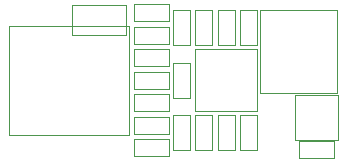
<source format=gbr>
G04 #@! TF.GenerationSoftware,KiCad,Pcbnew,5.1.5+dfsg1-2build2*
G04 #@! TF.CreationDate,2021-03-15T22:58:29+01:00*
G04 #@! TF.ProjectId,ProMicro_BOOST,50726f4d-6963-4726-9f5f-424f4f53542e,v1.8*
G04 #@! TF.SameCoordinates,Original*
G04 #@! TF.FileFunction,Other,User*
%FSLAX46Y46*%
G04 Gerber Fmt 4.6, Leading zero omitted, Abs format (unit mm)*
G04 Created by KiCad*
%MOMM*%
%LPD*%
G04 APERTURE LIST*
%ADD10C,0.050000*%
G04 APERTURE END LIST*
D10*
X89864000Y-123642000D02*
X89864000Y-116642000D01*
X83364000Y-116642000D02*
X83364000Y-123642000D01*
X89864000Y-116642000D02*
X83364000Y-116642000D01*
X83364000Y-123642000D02*
X89864000Y-123642000D01*
X83153000Y-116630000D02*
X83153000Y-119590000D01*
X81693000Y-116630000D02*
X83153000Y-116630000D01*
X81693000Y-119590000D02*
X81693000Y-116630000D01*
X83153000Y-119590000D02*
X81693000Y-119590000D01*
X81693000Y-128480000D02*
X81693000Y-125520000D01*
X83153000Y-128480000D02*
X81693000Y-128480000D01*
X83153000Y-125520000D02*
X83153000Y-128480000D01*
X81693000Y-125520000D02*
X83153000Y-125520000D01*
X79788000Y-128480000D02*
X79788000Y-125520000D01*
X81248000Y-128480000D02*
X79788000Y-128480000D01*
X81248000Y-125520000D02*
X81248000Y-128480000D01*
X79788000Y-125520000D02*
X81248000Y-125520000D01*
X72688000Y-119920000D02*
X75648000Y-119920000D01*
X72688000Y-121380000D02*
X72688000Y-119920000D01*
X75648000Y-121380000D02*
X72688000Y-121380000D01*
X75648000Y-119920000D02*
X75648000Y-121380000D01*
X81248000Y-116630000D02*
X81248000Y-119590000D01*
X79788000Y-116630000D02*
X81248000Y-116630000D01*
X79788000Y-119590000D02*
X79788000Y-116630000D01*
X81248000Y-119590000D02*
X79788000Y-119590000D01*
X75978000Y-128480000D02*
X75978000Y-125520000D01*
X77438000Y-128480000D02*
X75978000Y-128480000D01*
X77438000Y-125520000D02*
X77438000Y-128480000D01*
X75978000Y-125520000D02*
X77438000Y-125520000D01*
X79343000Y-125520000D02*
X79343000Y-128480000D01*
X77883000Y-125520000D02*
X79343000Y-125520000D01*
X77883000Y-128480000D02*
X77883000Y-125520000D01*
X79343000Y-128480000D02*
X77883000Y-128480000D01*
X77883000Y-119590000D02*
X77883000Y-116630000D01*
X79343000Y-119590000D02*
X77883000Y-119590000D01*
X79343000Y-116630000D02*
X79343000Y-119590000D01*
X77883000Y-116630000D02*
X79343000Y-116630000D01*
X77438000Y-116630000D02*
X77438000Y-119590000D01*
X75978000Y-116630000D02*
X77438000Y-116630000D01*
X75978000Y-119590000D02*
X75978000Y-116630000D01*
X77438000Y-119590000D02*
X75978000Y-119590000D01*
X77438000Y-121075000D02*
X77438000Y-124035000D01*
X75978000Y-121075000D02*
X77438000Y-121075000D01*
X75978000Y-124035000D02*
X75978000Y-121075000D01*
X77438000Y-124035000D02*
X75978000Y-124035000D01*
X89618000Y-129127000D02*
X86658000Y-129127000D01*
X89618000Y-127667000D02*
X89618000Y-129127000D01*
X86658000Y-127667000D02*
X89618000Y-127667000D01*
X86658000Y-129127000D02*
X86658000Y-127667000D01*
X77898000Y-125175000D02*
X83138000Y-125175000D01*
X77898000Y-119935000D02*
X77898000Y-125175000D01*
X83138000Y-119935000D02*
X77898000Y-119935000D01*
X83138000Y-125175000D02*
X83138000Y-119935000D01*
X86338000Y-123830000D02*
X89938000Y-123830000D01*
X86338000Y-127630000D02*
X86338000Y-123830000D01*
X89938000Y-127630000D02*
X86338000Y-127630000D01*
X89938000Y-123830000D02*
X89938000Y-127630000D01*
X67423000Y-116225000D02*
X72023000Y-116225000D01*
X67423000Y-116225000D02*
X67423000Y-118725000D01*
X72023000Y-118725000D02*
X72023000Y-116225000D01*
X72023000Y-118725000D02*
X67423000Y-118725000D01*
X72283000Y-127155000D02*
X72283000Y-117955000D01*
X62083000Y-127155000D02*
X72283000Y-127155000D01*
X62083000Y-117955000D02*
X62083000Y-127155000D01*
X72283000Y-117955000D02*
X62083000Y-117955000D01*
X75648000Y-117570000D02*
X72688000Y-117570000D01*
X75648000Y-116110000D02*
X75648000Y-117570000D01*
X72688000Y-116110000D02*
X75648000Y-116110000D01*
X72688000Y-117570000D02*
X72688000Y-116110000D01*
X72688000Y-118015000D02*
X75648000Y-118015000D01*
X72688000Y-119475000D02*
X72688000Y-118015000D01*
X75648000Y-119475000D02*
X72688000Y-119475000D01*
X75648000Y-118015000D02*
X75648000Y-119475000D01*
X75648000Y-127095000D02*
X72688000Y-127095000D01*
X75648000Y-125635000D02*
X75648000Y-127095000D01*
X72688000Y-125635000D02*
X75648000Y-125635000D01*
X72688000Y-127095000D02*
X72688000Y-125635000D01*
X75648000Y-123285000D02*
X72688000Y-123285000D01*
X75648000Y-121825000D02*
X75648000Y-123285000D01*
X72688000Y-121825000D02*
X75648000Y-121825000D01*
X72688000Y-123285000D02*
X72688000Y-121825000D01*
X75648000Y-125190000D02*
X72688000Y-125190000D01*
X75648000Y-123730000D02*
X75648000Y-125190000D01*
X72688000Y-123730000D02*
X75648000Y-123730000D01*
X72688000Y-125190000D02*
X72688000Y-123730000D01*
X72688000Y-127540000D02*
X75648000Y-127540000D01*
X72688000Y-129000000D02*
X72688000Y-127540000D01*
X75648000Y-129000000D02*
X72688000Y-129000000D01*
X75648000Y-127540000D02*
X75648000Y-129000000D01*
M02*

</source>
